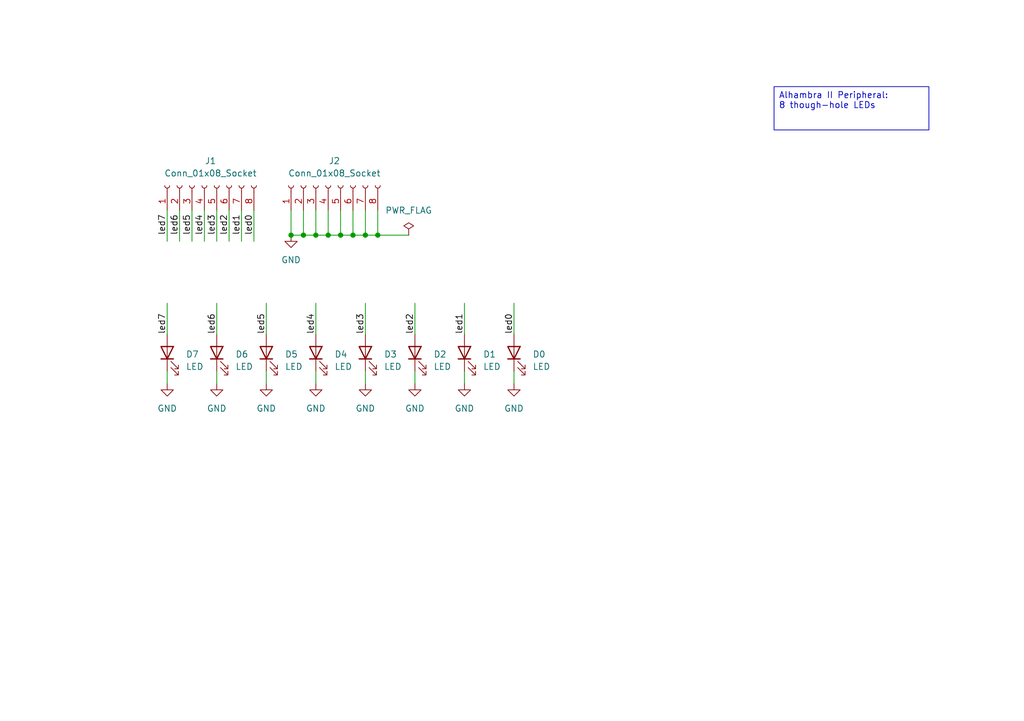
<source format=kicad_sch>
(kicad_sch (version 20230121) (generator eeschema)
  (paper "A5")
  (title_block (title "AP-LED8-THT") (date "2024-01-11") (rev "V1") (company "Obijuan"))
  (lib_symbols
    (symbol "Connector:Conn_01x08_Socket" (pin_names (offset 1.016) hide)
      (property "Reference" "J" (at 0 10.16 0))
      (property "Value" "Conn_01x08_Socket" (at 0 -12.7 0))
      (symbol "Conn_01x08_Socket_1_1"
        (arc (start 0 -9.652) (mid -0.5058 -10.16) (end 0 -10.668) (stroke (width 0.1524)))
        (arc (start 0 -7.112) (mid -0.5058 -7.62) (end 0 -8.128) (stroke (width 0.1524)))
        (arc (start 0 -4.572) (mid -0.5058 -5.08) (end 0 -5.588) (stroke (width 0.1524)))
        (arc (start 0 -2.032) (mid -0.5058 -2.54) (end 0 -3.048) (stroke (width 0.1524)))
        (polyline (pts (xy -1.27 -10.16) (xy -0.508 -10.16)) (stroke (width 0.1524)))
        (polyline (pts (xy -1.27 -7.62) (xy -0.508 -7.62)) (stroke (width 0.1524)))
        (polyline (pts (xy -1.27 -5.08) (xy -0.508 -5.08)) (stroke (width 0.1524)))
        (polyline (pts (xy -1.27 -2.54) (xy -0.508 -2.54)) (stroke (width 0.1524)))
        (polyline (pts (xy -1.27 0) (xy -0.508 0)) (stroke (width 0.1524)))
        (polyline (pts (xy -1.27 2.54) (xy -0.508 2.54)) (stroke (width 0.1524)))
        (polyline (pts (xy -1.27 5.08) (xy -0.508 5.08)) (stroke (width 0.1524)))
        (polyline (pts (xy -1.27 7.62) (xy -0.508 7.62)) (stroke (width 0.1524)))
        (arc (start 0 0.508) (mid -0.5058 0) (end 0 -0.508) (stroke (width 0.1524)))
        (arc (start 0 3.048) (mid -0.5058 2.54) (end 0 2.032) (stroke (width 0.1524)))
        (arc (start 0 5.588) (mid -0.5058 5.08) (end 0 4.572) (stroke (width 0.1524)))
        (arc (start 0 8.128) (mid -0.5058 7.62) (end 0 7.112) (stroke (width 0.1524)))
        (pin passive line (at -5.08 7.62 0) (length 3.81) (name "Pin_1") (number "1"))
        (pin passive line (at -5.08 5.08 0) (length 3.81) (name "Pin_2") (number "2"))
        (pin passive line (at -5.08 2.54 0) (length 3.81) (name "Pin_3") (number "3"))
        (pin passive line (at -5.08 0 0) (length 3.81) (name "Pin_4") (number "4"))
        (pin passive line (at -5.08 -2.54 0) (length 3.81) (name "Pin_5") (number "5"))
        (pin passive line (at -5.08 -5.08 0) (length 3.81) (name "Pin_6") (number "6"))
        (pin passive line (at -5.08 -7.62 0) (length 3.81) (name "Pin_7") (number "7"))
        (pin passive line (at -5.08 -10.16 0) (length 3.81) (name "Pin_8") (number "8"))
      )
    )
    (symbol "Device:LED" (pin_numbers hide) (pin_names (offset 1.016) hide)
      (property "Reference" "D" (at 0 2.54 0))
      (property "Value" "LED" (at 0 -2.54 0))
      (symbol "LED_0_1"
        (polyline (pts (xy -1.27 -1.27) (xy -1.27 1.27)) (stroke (width 0.254)))
        (polyline (pts (xy -1.27 0) (xy 1.27 0)))
        (polyline (pts (xy 1.27 -1.27) (xy 1.27 1.27) (xy -1.27 0) (xy 1.27 -1.27)) (stroke (width 0.254)))
        (polyline (pts (xy -3.048 -0.762) (xy -4.572 -2.286) (xy -3.81 -2.286) (xy -4.572 -2.286) (xy -4.572 -1.524)))
        (polyline (pts (xy -1.778 -0.762) (xy -3.302 -2.286) (xy -2.54 -2.286) (xy -3.302 -2.286) (xy -3.302 -1.524)))
      )
      (symbol "LED_1_1"
        (pin passive line (at -3.81 0 0) (length 2.54) (name "K") (number "1"))
        (pin passive line (at 3.81 0 180) (length 2.54) (name "A") (number "2"))
      )
    )
    (symbol "power:GND" (power) (pin_names (offset 0))
      (property "Value" "GND" (at 0 -3.81 0))
      (symbol "GND_0_1"
        (polyline (pts (xy 0 0) (xy 0 -1.27) (xy 1.27 -1.27) (xy 0 -2.54) (xy -1.27 -1.27) (xy 0 -1.27)))
      )
      (symbol "GND_1_1"
        (pin power_in line (at 0 0 270) (length 0) hide (name "GND") (number "1"))
      )
    )
    (symbol "power:PWR_FLAG" (power) (pin_numbers hide) (pin_names (offset 0) hide)
      (property "Value" "PWR_FLAG" (at 0 3.81 0))
      (symbol "PWR_FLAG_0_0"
        (pin power_out line (at 0 0 90) (length 0) (name "pwr") (number "1"))
      )
      (symbol "PWR_FLAG_0_1"
        (polyline (pts (xy 0 0) (xy 0 1.27) (xy -1.016 1.905) (xy 0 2.54) (xy 1.016 1.905) (xy 0 1.27)))
      )
    )
  )
  (junction (at 67.31 48.26))
  (junction (at 74.93 48.26))
  (junction (at 77.47 48.26))
  (junction (at 69.85 48.26))
  (junction (at 59.69 48.26))
  (junction (at 62.23 48.26))
  (junction (at 64.77 48.26))
  (junction (at 72.39 48.26))
  (wire (pts (xy 105.41 76.2) (xy 105.41 78.74)))
  (wire (pts (xy 46.99 43.18) (xy 46.99 49.53)))
  (wire (pts (xy 105.41 62.23) (xy 105.41 68.58)))
  (wire (pts (xy 64.77 76.2) (xy 64.77 78.74)))
  (wire (pts (xy 74.93 62.23) (xy 74.93 68.58)))
  (wire (pts (xy 54.61 76.2) (xy 54.61 78.74)))
  (wire (pts (xy 54.61 62.23) (xy 54.61 68.58)))
  (wire (pts (xy 69.85 48.26) (xy 67.31 48.26)))
  (wire (pts (xy 77.47 43.18) (xy 77.47 48.26)))
  (wire (pts (xy 34.29 76.2) (xy 34.29 78.74)))
  (wire (pts (xy 34.29 62.23) (xy 34.29 68.58)))
  (wire (pts (xy 72.39 43.18) (xy 72.39 48.26)))
  (wire (pts (xy 69.85 43.18) (xy 69.85 48.26)))
  (wire (pts (xy 44.45 62.23) (xy 44.45 68.58)))
  (wire (pts (xy 64.77 48.26) (xy 67.31 48.26)))
  (wire (pts (xy 49.53 43.18) (xy 49.53 49.53)))
  (wire (pts (xy 74.93 43.18) (xy 74.93 48.26)))
  (wire (pts (xy 77.47 48.26) (xy 83.82 48.26)))
  (wire (pts (xy 44.45 76.2) (xy 44.45 78.74)))
  (wire (pts (xy 74.93 48.26) (xy 72.39 48.26)))
  (wire (pts (xy 74.93 76.2) (xy 74.93 78.74)))
  (wire (pts (xy 67.31 43.18) (xy 67.31 48.26)))
  (wire (pts (xy 64.77 43.18) (xy 64.77 48.26)))
  (wire (pts (xy 39.37 43.18) (xy 39.37 49.53)))
  (wire (pts (xy 44.45 43.18) (xy 44.45 49.53)))
  (wire (pts (xy 36.83 43.18) (xy 36.83 49.53)))
  (wire (pts (xy 59.69 48.26) (xy 62.23 48.26)))
  (wire (pts (xy 85.09 62.23) (xy 85.09 68.58)))
  (wire (pts (xy 72.39 48.26) (xy 69.85 48.26)))
  (wire (pts (xy 52.07 43.18) (xy 52.07 49.53)))
  (wire (pts (xy 59.69 43.18) (xy 59.69 48.26)))
  (wire (pts (xy 85.09 76.2) (xy 85.09 78.74)))
  (wire (pts (xy 95.25 76.2) (xy 95.25 78.74)))
  (wire (pts (xy 95.25 62.23) (xy 95.25 68.58)))
  (wire (pts (xy 62.23 48.26) (xy 64.77 48.26)))
  (wire (pts (xy 77.47 48.26) (xy 74.93 48.26)))
  (wire (pts (xy 41.91 43.18) (xy 41.91 49.53)))
  (wire (pts (xy 34.29 43.18) (xy 34.29 49.53)))
  (wire (pts (xy 64.77 62.23) (xy 64.77 68.58)))
  (wire (pts (xy 62.23 43.18) (xy 62.23 48.26)))
  (text_box "Alhambra II Peripheral:\n8 though-hole LEDs" (at 158.75 17.78 0) (size 31.75 8.89) (effects (font (size 1.27 1.27)) (justify left top)))
  (label "led2" (at 85.09 68.58 90))
  (label "led7" (at 34.29 68.58 90))
  (label "led4" (at 64.77 68.58 90))
  (label "led0" (at 52.07 48.26 90))
  (label "led4" (at 41.91 48.26 90))
  (label "led3" (at 74.93 68.58 90))
  (label "led5" (at 39.37 48.26 90))
  (label "led7" (at 34.29 48.26 90))
  (label "led6" (at 44.45 68.58 90))
  (label "led1" (at 49.53 48.26 90))
  (label "led1" (at 95.25 68.58 90))
  (label "led6" (at 36.83 48.26 90))
  (label "led2" (at 46.99 48.26 90))
  (label "led3" (at 44.45 48.26 90))
  (label "led0" (at 105.41 68.58 90))
  (label "led5" (at 54.61 68.58 90))
  (symbol (lib_id "Device:LED") (at 105.41 72.39 90) (unit 1)
    (property "Reference" "D0" (at 109.22 72.7075 90) (effects (justify right)))
    (property "Value" "LED" (at 109.22 75.2475 90) (effects (justify right)))
    (property "Footprint" "Monolito:LED_THT__LED_D3.0mm" (effects hide))
  )
  (symbol (lib_id "Device:LED") (at 34.29 72.39 90) (unit 1)
    (property "Reference" "D7" (at 38.1 72.7075 90) (effects (justify right)))
    (property "Value" "LED" (at 38.1 75.2475 90) (effects (justify right)))
    (property "Footprint" "Monolito:LED_THT__LED_D3.0mm" (effects hide))
  )
  (symbol (lib_id "power:GND") (at 44.45 78.74 0) (unit 1)
    (property "Reference" "#PWR08" (effects hide))
    (property "Value" "GND" (at 44.45 83.82 0))
  )
  (symbol (lib_id "Device:LED") (at 64.77 72.39 90) (unit 1)
    (property "Reference" "D4" (at 68.58 72.7075 90) (effects (justify right)))
    (property "Value" "LED" (at 68.58 75.2475 90) (effects (justify right)))
    (property "Footprint" "Monolito:LED_THT__LED_D3.0mm" (effects hide))
  )
  (symbol (lib_id "power:GND") (at 59.69 48.26 0) (unit 1)
    (property "Reference" "#PWR03" (effects hide))
    (property "Value" "GND" (at 59.69 53.34 0))
  )
  (symbol (lib_id "power:GND") (at 85.09 78.74 0) (unit 1)
    (property "Reference" "#PWR04" (effects hide))
    (property "Value" "GND" (at 85.09 83.82 0))
  )
  (symbol (lib_id "Device:LED") (at 85.09 72.39 90) (unit 1)
    (property "Reference" "D2" (at 88.9 72.7075 90) (effects (justify right)))
    (property "Value" "LED" (at 88.9 75.2475 90) (effects (justify right)))
    (property "Footprint" "Monolito:LED_THT__LED_D3.0mm" (effects hide))
  )
  (symbol (lib_id "Device:LED") (at 54.61 72.39 90) (unit 1)
    (property "Reference" "D5" (at 58.42 72.7075 90) (effects (justify right)))
    (property "Value" "LED" (at 58.42 75.2475 90) (effects (justify right)))
    (property "Footprint" "Monolito:LED_THT__LED_D3.0mm" (effects hide))
  )
  (symbol (lib_id "Connector:Conn_01x08_Socket") (at 41.91 38.1 90) (unit 1)
    (property "Reference" "J1" (at 43.18 33.02 90))
    (property "Value" "Conn_01x08_Socket" (at 43.18 35.56 90))
    (property "Footprint" "Monolito:PinSocket_1x08_P2.54mm_Vertical" (effects hide))
  )
  (symbol (lib_id "Connector:Conn_01x08_Socket") (at 67.31 38.1 90) (unit 1)
    (property "Reference" "J2" (at 68.58 33.02 90))
    (property "Value" "Conn_01x08_Socket" (at 68.58 35.56 90))
    (property "Footprint" "Monolito:PinSocket_1x08_P2.54mm_Vertical" (effects hide))
  )
  (symbol (lib_id "Device:LED") (at 44.45 72.39 90) (unit 1)
    (property "Reference" "D6" (at 48.26 72.7075 90) (effects (justify right)))
    (property "Value" "LED" (at 48.26 75.2475 90) (effects (justify right)))
    (property "Footprint" "Monolito:LED_THT__LED_D3.0mm" (effects hide))
  )
  (symbol (lib_id "power:GND") (at 34.29 78.74 0) (unit 1)
    (property "Reference" "#PWR09" (effects hide))
    (property "Value" "GND" (at 34.29 83.82 0))
  )
  (symbol (lib_id "power:GND") (at 64.77 78.74 0) (unit 1)
    (property "Reference" "#PWR06" (effects hide))
    (property "Value" "GND" (at 64.77 83.82 0))
  )
  (symbol (lib_id "power:GND") (at 95.25 78.74 0) (unit 1)
    (property "Reference" "#PWR02" (effects hide))
    (property "Value" "GND" (at 95.25 83.82 0))
  )
  (symbol (lib_id "Device:LED") (at 95.25 72.39 90) (unit 1)
    (property "Reference" "D1" (at 99.06 72.7075 90) (effects (justify right)))
    (property "Value" "LED" (at 99.06 75.2475 90) (effects (justify right)))
    (property "Footprint" "Monolito:LED_THT__LED_D3.0mm" (effects hide))
  )
  (symbol (lib_id "power:PWR_FLAG") (at 83.82 48.26 0) (unit 1)
    (property "Reference" "#FLG01" (effects hide))
    (property "Value" "PWR_FLAG" (at 83.82 43.18 0))
  )
  (symbol (lib_id "power:GND") (at 74.93 78.74 0) (unit 1)
    (property "Reference" "#PWR05" (effects hide))
    (property "Value" "GND" (at 74.93 83.82 0))
  )
  (symbol (lib_id "power:GND") (at 54.61 78.74 0) (unit 1)
    (property "Reference" "#PWR07" (effects hide))
    (property "Value" "GND" (at 54.61 83.82 0))
  )
  (symbol (lib_id "Device:LED") (at 74.93 72.39 90) (unit 1)
    (property "Reference" "D3" (at 78.74 72.7075 90) (effects (justify right)))
    (property "Value" "LED" (at 78.74 75.2475 90) (effects (justify right)))
    (property "Footprint" "Monolito:LED_THT__LED_D3.0mm" (effects hide))
  )
  (symbol (lib_id "power:GND") (at 105.41 78.74 0) (unit 1)
    (property "Reference" "#PWR01" (effects hide))
    (property "Value" "GND" (at 105.41 83.82 0))
  )
)
</source>
